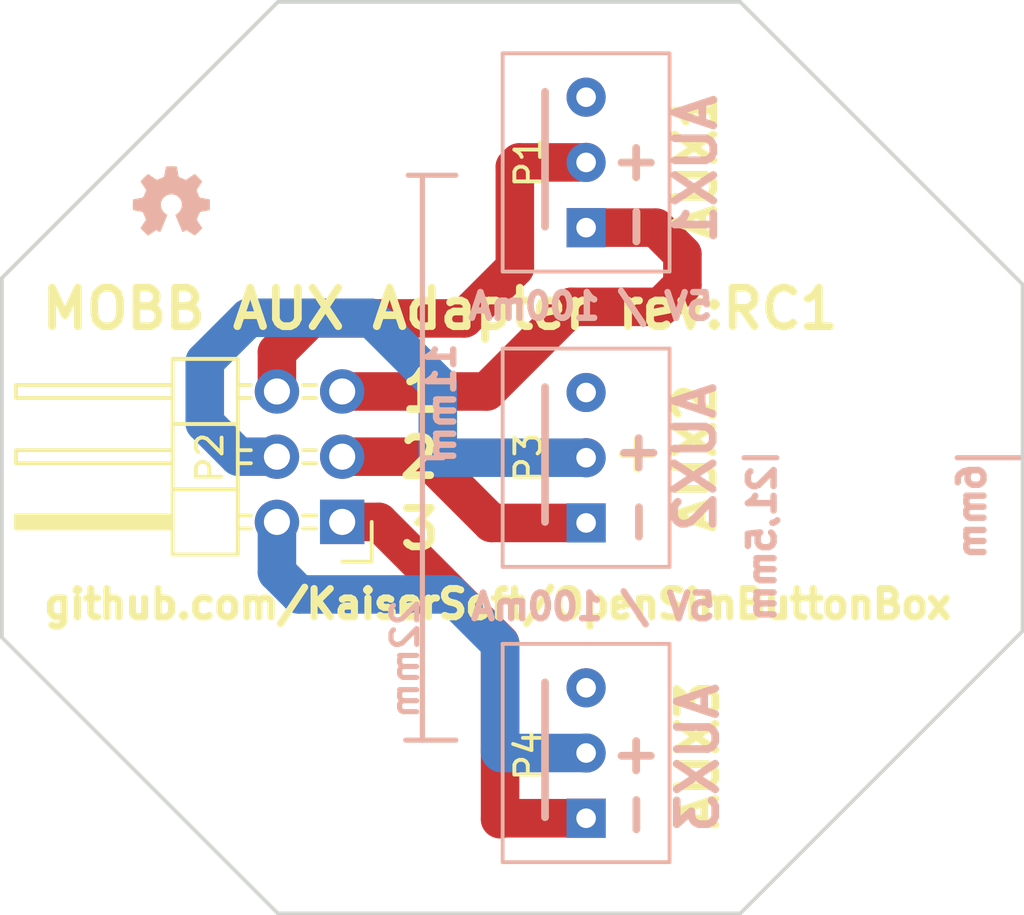
<source format=kicad_pcb>
(kicad_pcb (version 4) (host pcbnew 4.0.4-stable)

  (general
    (links 6)
    (no_connects 0)
    (area 229.924999 122.674999 274.132143 158.325001)
    (thickness 1.6)
    (drawings 43)
    (tracks 39)
    (zones 0)
    (modules 9)
    (nets 7)
  )

  (page A4)
  (layers
    (0 F.Cu signal)
    (31 B.Cu signal)
    (32 B.Adhes user hide)
    (33 F.Adhes user hide)
    (34 B.Paste user hide)
    (35 F.Paste user hide)
    (36 B.SilkS user)
    (37 F.SilkS user)
    (38 B.Mask user)
    (39 F.Mask user)
    (40 Dwgs.User user hide)
    (41 Cmts.User user hide)
    (42 Eco1.User user hide)
    (43 Eco2.User user hide)
    (44 Edge.Cuts user)
    (45 Margin user hide)
    (46 B.CrtYd user hide)
    (47 F.CrtYd user hide)
    (48 B.Fab user hide)
    (49 F.Fab user hide)
  )

  (setup
    (last_trace_width 1.5)
    (trace_clearance 0.6)
    (zone_clearance 0.508)
    (zone_45_only no)
    (trace_min 0.2)
    (segment_width 0.2)
    (edge_width 0.15)
    (via_size 1.2)
    (via_drill 0.9)
    (via_min_size 0.4)
    (via_min_drill 0.3)
    (uvia_size 0.4)
    (uvia_drill 0.3)
    (uvias_allowed no)
    (uvia_min_size 0.2)
    (uvia_min_drill 0.1)
    (pcb_text_width 0.3)
    (pcb_text_size 1.5 1.5)
    (mod_edge_width 0.15)
    (mod_text_size 1 1)
    (mod_text_width 0.15)
    (pad_size 1.524 1.524)
    (pad_drill 0.762)
    (pad_to_mask_clearance 0.2)
    (aux_axis_origin 0 0)
    (visible_elements 7FFFFFFF)
    (pcbplotparams
      (layerselection 0x010f0_80000001)
      (usegerberextensions false)
      (excludeedgelayer true)
      (linewidth 0.100000)
      (plotframeref false)
      (viasonmask false)
      (mode 1)
      (useauxorigin false)
      (hpglpennumber 1)
      (hpglpenspeed 20)
      (hpglpendiameter 15)
      (hpglpenoverlay 2)
      (psnegative false)
      (psa4output false)
      (plotreference true)
      (plotvalue true)
      (plotinvisibletext false)
      (padsonsilk false)
      (subtractmaskfromsilk false)
      (outputformat 1)
      (mirror false)
      (drillshape 0)
      (scaleselection 1)
      (outputdirectory gerber/RC1/))
  )

  (net 0 "")
  (net 1 "Net-(P1-Pad2)")
  (net 2 "Net-(P1-Pad1)")
  (net 3 "Net-(P2-Pad1)")
  (net 4 "Net-(P2-Pad2)")
  (net 5 "Net-(P2-Pad3)")
  (net 6 /+5V)

  (net_class Default "This is the default net class."
    (clearance 0.6)
    (trace_width 1.5)
    (via_dia 1.2)
    (via_drill 0.9)
    (uvia_dia 0.4)
    (uvia_drill 0.3)
    (add_net /+5V)
    (add_net "Net-(P1-Pad1)")
    (add_net "Net-(P1-Pad2)")
    (add_net "Net-(P2-Pad1)")
    (add_net "Net-(P2-Pad2)")
    (add_net "Net-(P2-Pad3)")
  )

  (module Mounting_Holes:MountingHole_3.2mm_M3 (layer F.Cu) (tedit 58359272) (tstamp 58358568)
    (at 264.175 140.5)
    (descr "Mounting Hole 3.2mm, no annular, M3")
    (tags "mounting hole 3.2mm no annular m3")
    (fp_text reference REF** (at 4.15 3.7) (layer F.SilkS) hide
      (effects (font (size 1 1) (thickness 0.15)))
    )
    (fp_text value MountingHole_3.2mm_M3 (at 0 4.2) (layer F.Fab) hide
      (effects (font (size 1 1) (thickness 0.15)))
    )
    (fp_circle (center 0 0) (end 3.2 0) (layer Cmts.User) (width 0.15))
    (fp_circle (center 0 0) (end 3.45 0) (layer F.CrtYd) (width 0.05))
    (pad 1 np_thru_hole circle (at 0 0) (size 3.2 3.2) (drill 3.2) (layers *.Cu *.Mask))
  )

  (module Mounting_Holes:MountingHole_3.2mm_M3 (layer F.Cu) (tedit 5835926E) (tstamp 58358562)
    (at 242.675 151.5)
    (descr "Mounting Hole 3.2mm, no annular, M3")
    (tags "mounting hole 3.2mm no annular m3")
    (fp_text reference REF** (at 3.2 4.5) (layer F.SilkS) hide
      (effects (font (size 1 1) (thickness 0.15)))
    )
    (fp_text value MountingHole_3.2mm_M3 (at 0 4.2) (layer F.Fab) hide
      (effects (font (size 1 1) (thickness 0.15)))
    )
    (fp_circle (center 0 0) (end 3.2 0) (layer Cmts.User) (width 0.15))
    (fp_circle (center 0 0) (end 3.45 0) (layer F.CrtYd) (width 0.05))
    (pad 1 np_thru_hole circle (at 0 0) (size 3.2 3.2) (drill 3.2) (layers *.Cu *.Mask))
  )

  (module MOBB-KiCad-Lib:Molex-KK-1x3P (layer B.Cu) (tedit 5835A4B9) (tstamp 583582E9)
    (at 253.25 129 270)
    (path /5835813A)
    (fp_text reference P1 (at 0 2.25 270) (layer F.SilkS)
      (effects (font (size 1 1) (thickness 0.15)))
    )
    (fp_text value AUX1 (at 0 -4 270) (layer B.Fab) hide
      (effects (font (size 1 1) (thickness 0.15)) (justify mirror))
    )
    (fp_text user S (at -2.54 -1.7 270) (layer B.Fab)
      (effects (font (size 1 1) (thickness 0.15)) (justify mirror))
    )
    (fp_text user + (at 0 -1.6 270) (layer B.Fab)
      (effects (font (size 1 1) (thickness 0.15)) (justify mirror))
    )
    (fp_text user G (at 2.54 -1.89 270) (layer B.Fab)
      (effects (font (size 1 1) (thickness 0.15)) (justify mirror))
    )
    (fp_line (start 2.5 1.6) (end -2.75 1.6) (layer B.SilkS) (width 0.3))
    (fp_line (start -4.25 0) (end -4.25 3.25) (layer B.SilkS) (width 0.15))
    (fp_line (start -4.25 3.25) (end 4.25 3.25) (layer B.SilkS) (width 0.15))
    (fp_line (start 4.25 3.25) (end 4.25 -3.25) (layer B.SilkS) (width 0.15))
    (fp_line (start 4.25 -3.25) (end -4.25 -3.25) (layer B.SilkS) (width 0.15))
    (fp_line (start -4.25 -3.25) (end -4.25 0) (layer B.SilkS) (width 0.15))
    (pad 2 thru_hole circle (at 0 0 270) (size 1.524 1.524) (drill 0.762) (layers *.Cu *.Mask)
      (net 1 "Net-(P1-Pad2)"))
    (pad 3 thru_hole circle (at -2.54 0 270) (size 1.524 1.524) (drill 0.762) (layers *.Cu *.Mask))
    (pad 1 thru_hole rect (at 2.54 0 270) (size 1.524 1.524) (drill 0.762) (layers *.Cu *.Mask)
      (net 2 "Net-(P1-Pad1)"))
  )

  (module Pin_Headers:Pin_Header_Angled_2x03 (layer F.Cu) (tedit 58359296) (tstamp 583582F3)
    (at 243.75 143 180)
    (descr "Through hole pin header")
    (tags "pin header")
    (path /583581DC)
    (fp_text reference P2 (at 5.15 2.5 270) (layer F.SilkS)
      (effects (font (size 1 1) (thickness 0.15)))
    )
    (fp_text value Aux1-3 (at 6.65 2.2 270) (layer F.Fab) hide
      (effects (font (size 1 1) (thickness 0.15)))
    )
    (fp_line (start -1.35 -1.75) (end -1.35 6.85) (layer F.CrtYd) (width 0.05))
    (fp_line (start 13.2 -1.75) (end 13.2 6.85) (layer F.CrtYd) (width 0.05))
    (fp_line (start -1.35 -1.75) (end 13.2 -1.75) (layer F.CrtYd) (width 0.05))
    (fp_line (start -1.35 6.85) (end 13.2 6.85) (layer F.CrtYd) (width 0.05))
    (fp_line (start 1.524 5.334) (end 1.016 5.334) (layer F.SilkS) (width 0.15))
    (fp_line (start 1.524 4.826) (end 1.016 4.826) (layer F.SilkS) (width 0.15))
    (fp_line (start 1.524 2.794) (end 1.016 2.794) (layer F.SilkS) (width 0.15))
    (fp_line (start 1.524 2.286) (end 1.016 2.286) (layer F.SilkS) (width 0.15))
    (fp_line (start 1.524 0.254) (end 1.016 0.254) (layer F.SilkS) (width 0.15))
    (fp_line (start 1.524 -0.254) (end 1.016 -0.254) (layer F.SilkS) (width 0.15))
    (fp_line (start 4.064 2.286) (end 3.556 2.286) (layer F.SilkS) (width 0.15))
    (fp_line (start 4.064 2.794) (end 3.556 2.794) (layer F.SilkS) (width 0.15))
    (fp_line (start 4.064 4.826) (end 3.556 4.826) (layer F.SilkS) (width 0.15))
    (fp_line (start 4.064 5.334) (end 3.556 5.334) (layer F.SilkS) (width 0.15))
    (fp_line (start 4.064 -0.254) (end 3.556 -0.254) (layer F.SilkS) (width 0.15))
    (fp_line (start 4.064 0.254) (end 3.556 0.254) (layer F.SilkS) (width 0.15))
    (fp_line (start 0 -1.55) (end -1.15 -1.55) (layer F.SilkS) (width 0.15))
    (fp_line (start -1.15 -1.55) (end -1.15 0) (layer F.SilkS) (width 0.15))
    (fp_line (start 6.604 -0.127) (end 12.573 -0.127) (layer F.SilkS) (width 0.15))
    (fp_line (start 12.573 -0.127) (end 12.573 0.127) (layer F.SilkS) (width 0.15))
    (fp_line (start 12.573 0.127) (end 6.731 0.127) (layer F.SilkS) (width 0.15))
    (fp_line (start 6.731 0.127) (end 6.731 0) (layer F.SilkS) (width 0.15))
    (fp_line (start 6.731 0) (end 12.573 0) (layer F.SilkS) (width 0.15))
    (fp_line (start 4.064 1.27) (end 4.064 3.81) (layer F.SilkS) (width 0.15))
    (fp_line (start 4.064 3.81) (end 6.604 3.81) (layer F.SilkS) (width 0.15))
    (fp_line (start 6.604 2.286) (end 12.7 2.286) (layer F.SilkS) (width 0.15))
    (fp_line (start 12.7 2.286) (end 12.7 2.794) (layer F.SilkS) (width 0.15))
    (fp_line (start 12.7 2.794) (end 6.604 2.794) (layer F.SilkS) (width 0.15))
    (fp_line (start 6.604 3.81) (end 6.604 1.27) (layer F.SilkS) (width 0.15))
    (fp_line (start 4.064 6.35) (end 6.604 6.35) (layer F.SilkS) (width 0.15))
    (fp_line (start 6.604 6.35) (end 6.604 3.81) (layer F.SilkS) (width 0.15))
    (fp_line (start 12.7 5.334) (end 6.604 5.334) (layer F.SilkS) (width 0.15))
    (fp_line (start 12.7 4.826) (end 12.7 5.334) (layer F.SilkS) (width 0.15))
    (fp_line (start 6.604 4.826) (end 12.7 4.826) (layer F.SilkS) (width 0.15))
    (fp_line (start 4.064 6.35) (end 6.604 6.35) (layer F.SilkS) (width 0.15))
    (fp_line (start 4.064 3.81) (end 4.064 6.35) (layer F.SilkS) (width 0.15))
    (fp_line (start 4.064 3.81) (end 6.604 3.81) (layer F.SilkS) (width 0.15))
    (fp_line (start 4.064 1.27) (end 6.604 1.27) (layer F.SilkS) (width 0.15))
    (fp_line (start 6.604 1.27) (end 6.604 -1.27) (layer F.SilkS) (width 0.15))
    (fp_line (start 12.7 0.254) (end 6.604 0.254) (layer F.SilkS) (width 0.15))
    (fp_line (start 12.7 -0.254) (end 12.7 0.254) (layer F.SilkS) (width 0.15))
    (fp_line (start 6.604 -0.254) (end 12.7 -0.254) (layer F.SilkS) (width 0.15))
    (fp_line (start 4.064 1.27) (end 6.604 1.27) (layer F.SilkS) (width 0.15))
    (fp_line (start 4.064 -1.27) (end 4.064 1.27) (layer F.SilkS) (width 0.15))
    (fp_line (start 4.064 -1.27) (end 6.604 -1.27) (layer F.SilkS) (width 0.15))
    (pad 1 thru_hole rect (at 0 0 180) (size 1.7272 1.7272) (drill 1.016) (layers *.Cu *.Mask)
      (net 3 "Net-(P2-Pad1)"))
    (pad 2 thru_hole oval (at 2.54 0 180) (size 1.7272 1.7272) (drill 1.016) (layers *.Cu *.Mask)
      (net 4 "Net-(P2-Pad2)"))
    (pad 3 thru_hole oval (at 0 2.54 180) (size 1.7272 1.7272) (drill 1.016) (layers *.Cu *.Mask)
      (net 5 "Net-(P2-Pad3)"))
    (pad 4 thru_hole oval (at 2.54 2.54 180) (size 1.7272 1.7272) (drill 1.016) (layers *.Cu *.Mask)
      (net 6 /+5V))
    (pad 5 thru_hole oval (at 0 5.08 180) (size 1.7272 1.7272) (drill 1.016) (layers *.Cu *.Mask)
      (net 2 "Net-(P1-Pad1)"))
    (pad 6 thru_hole oval (at 2.54 5.08 180) (size 1.7272 1.7272) (drill 1.016) (layers *.Cu *.Mask)
      (net 1 "Net-(P1-Pad2)"))
    (model Pin_Headers.3dshapes/Pin_Header_Angled_2x03.wrl
      (at (xyz 0.05 -0.1 0))
      (scale (xyz 1 1 1))
      (rotate (xyz 0 0 90))
    )
  )

  (module MOBB-KiCad-Lib:Molex-KK-1x3P (layer B.Cu) (tedit 5835A4BF) (tstamp 583582FA)
    (at 253.25 140.5 270)
    (path /583580FD)
    (fp_text reference P3 (at 0 2.25 270) (layer F.SilkS)
      (effects (font (size 1 1) (thickness 0.15)))
    )
    (fp_text value AUX2 (at 0 -4 270) (layer B.Fab) hide
      (effects (font (size 1 1) (thickness 0.15)) (justify mirror))
    )
    (fp_text user S (at -2.54 -1.7 270) (layer B.Fab)
      (effects (font (size 1 1) (thickness 0.15)) (justify mirror))
    )
    (fp_text user + (at 0 -1.6 270) (layer B.Fab)
      (effects (font (size 1 1) (thickness 0.15)) (justify mirror))
    )
    (fp_text user G (at 2.54 -1.89 270) (layer B.Fab)
      (effects (font (size 1 1) (thickness 0.15)) (justify mirror))
    )
    (fp_line (start 2.5 1.6) (end -2.75 1.6) (layer B.SilkS) (width 0.3))
    (fp_line (start -4.25 0) (end -4.25 3.25) (layer B.SilkS) (width 0.15))
    (fp_line (start -4.25 3.25) (end 4.25 3.25) (layer B.SilkS) (width 0.15))
    (fp_line (start 4.25 3.25) (end 4.25 -3.25) (layer B.SilkS) (width 0.15))
    (fp_line (start 4.25 -3.25) (end -4.25 -3.25) (layer B.SilkS) (width 0.15))
    (fp_line (start -4.25 -3.25) (end -4.25 0) (layer B.SilkS) (width 0.15))
    (pad 2 thru_hole circle (at 0 0 270) (size 1.524 1.524) (drill 0.762) (layers *.Cu *.Mask)
      (net 6 /+5V))
    (pad 3 thru_hole circle (at -2.54 0 270) (size 1.524 1.524) (drill 0.762) (layers *.Cu *.Mask))
    (pad 1 thru_hole rect (at 2.54 0 270) (size 1.524 1.524) (drill 0.762) (layers *.Cu *.Mask)
      (net 5 "Net-(P2-Pad3)"))
  )

  (module MOBB-KiCad-Lib:Molex-KK-1x3P (layer B.Cu) (tedit 5835A4C7) (tstamp 58358301)
    (at 253.25 152 270)
    (path /5835809A)
    (fp_text reference P4 (at 0.1 2.25 270) (layer F.SilkS)
      (effects (font (size 1 1) (thickness 0.15)))
    )
    (fp_text value AUX3 (at 0 -4 270) (layer B.Fab) hide
      (effects (font (size 1 1) (thickness 0.15)) (justify mirror))
    )
    (fp_text user S (at -2.54 -1.7 270) (layer B.Fab)
      (effects (font (size 1 1) (thickness 0.15)) (justify mirror))
    )
    (fp_text user + (at 0 -1.6 270) (layer B.Fab)
      (effects (font (size 1 1) (thickness 0.15)) (justify mirror))
    )
    (fp_text user G (at 2.54 -1.89 270) (layer B.Fab)
      (effects (font (size 1 1) (thickness 0.15)) (justify mirror))
    )
    (fp_line (start 2.5 1.6) (end -2.75 1.6) (layer B.SilkS) (width 0.3))
    (fp_line (start -4.25 0) (end -4.25 3.25) (layer B.SilkS) (width 0.15))
    (fp_line (start -4.25 3.25) (end 4.25 3.25) (layer B.SilkS) (width 0.15))
    (fp_line (start 4.25 3.25) (end 4.25 -3.25) (layer B.SilkS) (width 0.15))
    (fp_line (start 4.25 -3.25) (end -4.25 -3.25) (layer B.SilkS) (width 0.15))
    (fp_line (start -4.25 -3.25) (end -4.25 0) (layer B.SilkS) (width 0.15))
    (pad 2 thru_hole circle (at 0 0 270) (size 1.524 1.524) (drill 0.762) (layers *.Cu *.Mask)
      (net 4 "Net-(P2-Pad2)"))
    (pad 3 thru_hole circle (at -2.54 0 270) (size 1.524 1.524) (drill 0.762) (layers *.Cu *.Mask))
    (pad 1 thru_hole rect (at 2.54 0 270) (size 1.524 1.524) (drill 0.762) (layers *.Cu *.Mask)
      (net 3 "Net-(P2-Pad1)"))
  )

  (module Mounting_Holes:MountingHole_3.2mm_M3 (layer F.Cu) (tedit 58359276) (tstamp 58358453)
    (at 242.675 129.5)
    (descr "Mounting Hole 3.2mm, no annular, M3")
    (tags "mounting hole 3.2mm no annular m3")
    (fp_text reference REF** (at 0 -4.2) (layer F.SilkS) hide
      (effects (font (size 1 1) (thickness 0.15)))
    )
    (fp_text value MountingHole_3.2mm_M3 (at 0 4.2) (layer F.Fab) hide
      (effects (font (size 1 1) (thickness 0.15)))
    )
    (fp_circle (center 0 0) (end 3.2 0) (layer Cmts.User) (width 0.15))
    (fp_circle (center 0 0) (end 3.45 0) (layer F.CrtYd) (width 0.05))
    (pad 1 np_thru_hole circle (at 0 0) (size 3.2 3.2) (drill 3.2) (layers *.Cu *.Mask))
  )

  (module MOBB-KiCad-Lib:OPEN_HW_LOGO_3MM (layer F.Cu) (tedit 0) (tstamp 5835918E)
    (at 237.1 130.5)
    (fp_text reference G*** (at 0 1.59004) (layer F.SilkS) hide
      (effects (font (size 0.13462 0.13462) (thickness 0.0254)))
    )
    (fp_text value LOGO (at 0 -1.59004) (layer F.SilkS) hide
      (effects (font (size 0.13462 0.13462) (thickness 0.0254)))
    )
    (fp_poly (pts (xy -0.90932 1.3462) (xy -0.89154 1.33858) (xy -0.85852 1.31572) (xy -0.80772 1.2827)
      (xy -0.7493 1.2446) (xy -0.68834 1.20396) (xy -0.64008 1.17094) (xy -0.60452 1.14808)
      (xy -0.59182 1.14046) (xy -0.5842 1.143) (xy -0.55626 1.15824) (xy -0.51562 1.17856)
      (xy -0.49022 1.19126) (xy -0.45212 1.2065) (xy -0.43434 1.21158) (xy -0.4318 1.2065)
      (xy -0.41656 1.17602) (xy -0.39624 1.12776) (xy -0.3683 1.06172) (xy -0.33528 0.98552)
      (xy -0.29972 0.90424) (xy -0.2667 0.82042) (xy -0.23368 0.74168) (xy -0.2032 0.66802)
      (xy -0.18034 0.6096) (xy -0.1651 0.56896) (xy -0.15748 0.55118) (xy -0.16002 0.54864)
      (xy -0.1778 0.53086) (xy -0.21082 0.50546) (xy -0.28194 0.44704) (xy -0.35306 0.36068)
      (xy -0.39624 0.26162) (xy -0.40894 0.14986) (xy -0.39878 0.04826) (xy -0.35814 -0.04826)
      (xy -0.28956 -0.13716) (xy -0.20574 -0.2032) (xy -0.10922 -0.24384) (xy 0 -0.25654)
      (xy 0.10414 -0.24638) (xy 0.2032 -0.20574) (xy 0.2921 -0.1397) (xy 0.3302 -0.09652)
      (xy 0.381 -0.00508) (xy 0.41148 0.0889) (xy 0.41402 0.11176) (xy 0.40894 0.21844)
      (xy 0.37846 0.32004) (xy 0.32258 0.40894) (xy 0.24638 0.4826) (xy 0.23622 0.49022)
      (xy 0.20066 0.51816) (xy 0.17526 0.53594) (xy 0.15748 0.55118) (xy 0.2921 0.87376)
      (xy 0.31242 0.92456) (xy 0.35052 1.01346) (xy 0.381 1.08966) (xy 0.40894 1.15062)
      (xy 0.42672 1.19126) (xy 0.43434 1.2065) (xy 0.43434 1.2065) (xy 0.44704 1.20904)
      (xy 0.4699 1.20142) (xy 0.51562 1.17856) (xy 0.5461 1.16332) (xy 0.57912 1.14808)
      (xy 0.59436 1.14046) (xy 0.6096 1.14808) (xy 0.64262 1.1684) (xy 0.68834 1.20142)
      (xy 0.74676 1.23952) (xy 0.80264 1.27762) (xy 0.85344 1.31064) (xy 0.889 1.33604)
      (xy 0.90678 1.34366) (xy 0.90932 1.34366) (xy 0.9271 1.33604) (xy 0.95504 1.31064)
      (xy 0.99822 1.27) (xy 1.06172 1.20904) (xy 1.07188 1.19888) (xy 1.12268 1.14808)
      (xy 1.16332 1.10236) (xy 1.19126 1.07188) (xy 1.20142 1.05918) (xy 1.20142 1.05918)
      (xy 1.19126 1.0414) (xy 1.1684 1.0033) (xy 1.13538 0.9525) (xy 1.09474 0.89154)
      (xy 0.98806 0.7366) (xy 1.04648 0.59182) (xy 1.06426 0.5461) (xy 1.08712 0.49022)
      (xy 1.1049 0.45212) (xy 1.11252 0.43434) (xy 1.1303 0.42926) (xy 1.1684 0.4191)
      (xy 1.22682 0.40894) (xy 1.29794 0.39624) (xy 1.36398 0.38354) (xy 1.4224 0.37084)
      (xy 1.46558 0.36322) (xy 1.4859 0.36068) (xy 1.49098 0.3556) (xy 1.49352 0.34798)
      (xy 1.49606 0.32766) (xy 1.4986 0.28956) (xy 1.4986 0.23368) (xy 1.4986 0.14986)
      (xy 1.4986 0.14224) (xy 1.4986 0.0635) (xy 1.49606 0) (xy 1.49352 -0.0381)
      (xy 1.49098 -0.05588) (xy 1.49098 -0.05588) (xy 1.4732 -0.06096) (xy 1.43002 -0.06858)
      (xy 1.3716 -0.08128) (xy 1.30048 -0.09398) (xy 1.2954 -0.09398) (xy 1.22428 -0.10922)
      (xy 1.16586 -0.12192) (xy 1.12268 -0.12954) (xy 1.1049 -0.13716) (xy 1.10236 -0.14224)
      (xy 1.08712 -0.17018) (xy 1.0668 -0.21336) (xy 1.04394 -0.2667) (xy 1.02108 -0.32258)
      (xy 1.00076 -0.37338) (xy 0.98806 -0.40894) (xy 0.98298 -0.42672) (xy 0.98298 -0.42672)
      (xy 0.99314 -0.4445) (xy 1.01854 -0.48006) (xy 1.0541 -0.53086) (xy 1.09474 -0.59182)
      (xy 1.09728 -0.5969) (xy 1.13792 -0.65786) (xy 1.17094 -0.70866) (xy 1.1938 -0.74422)
      (xy 1.20142 -0.75946) (xy 1.20142 -0.762) (xy 1.18872 -0.77978) (xy 1.15824 -0.8128)
      (xy 1.11252 -0.85852) (xy 1.06172 -0.91186) (xy 1.04394 -0.9271) (xy 0.98552 -0.98552)
      (xy 0.94488 -1.02108) (xy 0.91948 -1.0414) (xy 0.90932 -1.04648) (xy 0.90678 -1.04648)
      (xy 0.889 -1.03632) (xy 0.8509 -1.01092) (xy 0.8001 -0.97536) (xy 0.73914 -0.93472)
      (xy 0.7366 -0.93218) (xy 0.67564 -0.89154) (xy 0.62484 -0.85598) (xy 0.58928 -0.83312)
      (xy 0.57404 -0.8255) (xy 0.5715 -0.8255) (xy 0.54864 -0.83058) (xy 0.50546 -0.84582)
      (xy 0.45212 -0.86614) (xy 0.39624 -0.889) (xy 0.34544 -0.90932) (xy 0.30988 -0.9271)
      (xy 0.2921 -0.93726) (xy 0.28956 -0.93726) (xy 0.28448 -0.96012) (xy 0.27432 -1.00584)
      (xy 0.26162 -1.0668) (xy 0.24638 -1.14046) (xy 0.24384 -1.15062) (xy 0.23114 -1.22428)
      (xy 0.22098 -1.2827) (xy 0.21082 -1.32334) (xy 0.20828 -1.34112) (xy 0.19812 -1.34112)
      (xy 0.16256 -1.34366) (xy 0.10922 -1.3462) (xy 0.04318 -1.3462) (xy -0.02286 -1.3462)
      (xy -0.0889 -1.3462) (xy -0.14478 -1.34366) (xy -0.18542 -1.34112) (xy -0.2032 -1.33604)
      (xy -0.2032 -1.33604) (xy -0.20828 -1.31318) (xy -0.21844 -1.27) (xy -0.23114 -1.2065)
      (xy -0.24638 -1.13284) (xy -0.24892 -1.12014) (xy -0.26162 -1.04902) (xy -0.27432 -0.9906)
      (xy -0.28194 -0.94996) (xy -0.28702 -0.93472) (xy -0.2921 -0.93218) (xy -0.32258 -0.91694)
      (xy -0.37084 -0.89916) (xy -0.42926 -0.87376) (xy -0.56642 -0.81788) (xy -0.73406 -0.93472)
      (xy -0.7493 -0.94488) (xy -0.81026 -0.98552) (xy -0.86106 -1.01854) (xy -0.89662 -1.0414)
      (xy -0.90932 -1.04902) (xy -0.91186 -1.04902) (xy -0.9271 -1.03378) (xy -0.96012 -1.0033)
      (xy -1.00584 -0.95758) (xy -1.05918 -0.90678) (xy -1.09982 -0.86614) (xy -1.14554 -0.82042)
      (xy -1.17348 -0.7874) (xy -1.19126 -0.76708) (xy -1.19634 -0.75438) (xy -1.1938 -0.74676)
      (xy -1.18364 -0.72898) (xy -1.15824 -0.69342) (xy -1.12522 -0.64008) (xy -1.08458 -0.58166)
      (xy -1.04902 -0.53086) (xy -1.01346 -0.47498) (xy -0.9906 -0.43434) (xy -0.98044 -0.41656)
      (xy -0.98298 -0.4064) (xy -0.99568 -0.37338) (xy -1.016 -0.32512) (xy -1.0414 -0.26416)
      (xy -1.09982 -0.13208) (xy -1.18618 -0.1143) (xy -1.23952 -0.10414) (xy -1.31318 -0.09144)
      (xy -1.3843 -0.0762) (xy -1.49606 -0.05588) (xy -1.4986 0.34798) (xy -1.48082 0.3556)
      (xy -1.46558 0.36068) (xy -1.42494 0.37084) (xy -1.36652 0.381) (xy -1.29794 0.3937)
      (xy -1.23698 0.4064) (xy -1.17856 0.41656) (xy -1.13538 0.42418) (xy -1.1176 0.42926)
      (xy -1.11252 0.43434) (xy -1.09728 0.46482) (xy -1.07696 0.51054) (xy -1.0541 0.56388)
      (xy -1.0287 0.6223) (xy -1.00838 0.6731) (xy -0.99314 0.71374) (xy -0.98806 0.73406)
      (xy -0.99568 0.7493) (xy -1.01854 0.78486) (xy -1.05156 0.83566) (xy -1.0922 0.89408)
      (xy -1.13284 0.9525) (xy -1.16586 1.0033) (xy -1.19126 1.03886) (xy -1.19888 1.05664)
      (xy -1.1938 1.0668) (xy -1.17094 1.09474) (xy -1.12776 1.14046) (xy -1.06172 1.2065)
      (xy -1.04902 1.21666) (xy -0.99822 1.26746) (xy -0.9525 1.3081) (xy -0.92202 1.33604)
      (xy -0.90932 1.3462)) (layer F.SilkS) (width 0.00254))
  )

  (module MOBB-KiCad-Lib:OPEN_HW_LOGO_3MM (layer B.Cu) (tedit 0) (tstamp 58359227)
    (at 237.1 130.5 180)
    (fp_text reference G*** (at 0 -1.59004 180) (layer B.SilkS) hide
      (effects (font (size 0.13462 0.13462) (thickness 0.0254)) (justify mirror))
    )
    (fp_text value LOGO (at 0 1.59004 180) (layer B.SilkS) hide
      (effects (font (size 0.13462 0.13462) (thickness 0.0254)) (justify mirror))
    )
    (fp_poly (pts (xy -0.90932 -1.3462) (xy -0.89154 -1.33858) (xy -0.85852 -1.31572) (xy -0.80772 -1.2827)
      (xy -0.7493 -1.2446) (xy -0.68834 -1.20396) (xy -0.64008 -1.17094) (xy -0.60452 -1.14808)
      (xy -0.59182 -1.14046) (xy -0.5842 -1.143) (xy -0.55626 -1.15824) (xy -0.51562 -1.17856)
      (xy -0.49022 -1.19126) (xy -0.45212 -1.2065) (xy -0.43434 -1.21158) (xy -0.4318 -1.2065)
      (xy -0.41656 -1.17602) (xy -0.39624 -1.12776) (xy -0.3683 -1.06172) (xy -0.33528 -0.98552)
      (xy -0.29972 -0.90424) (xy -0.2667 -0.82042) (xy -0.23368 -0.74168) (xy -0.2032 -0.66802)
      (xy -0.18034 -0.6096) (xy -0.1651 -0.56896) (xy -0.15748 -0.55118) (xy -0.16002 -0.54864)
      (xy -0.1778 -0.53086) (xy -0.21082 -0.50546) (xy -0.28194 -0.44704) (xy -0.35306 -0.36068)
      (xy -0.39624 -0.26162) (xy -0.40894 -0.14986) (xy -0.39878 -0.04826) (xy -0.35814 0.04826)
      (xy -0.28956 0.13716) (xy -0.20574 0.2032) (xy -0.10922 0.24384) (xy 0 0.25654)
      (xy 0.10414 0.24638) (xy 0.2032 0.20574) (xy 0.2921 0.1397) (xy 0.3302 0.09652)
      (xy 0.381 0.00508) (xy 0.41148 -0.0889) (xy 0.41402 -0.11176) (xy 0.40894 -0.21844)
      (xy 0.37846 -0.32004) (xy 0.32258 -0.40894) (xy 0.24638 -0.4826) (xy 0.23622 -0.49022)
      (xy 0.20066 -0.51816) (xy 0.17526 -0.53594) (xy 0.15748 -0.55118) (xy 0.2921 -0.87376)
      (xy 0.31242 -0.92456) (xy 0.35052 -1.01346) (xy 0.381 -1.08966) (xy 0.40894 -1.15062)
      (xy 0.42672 -1.19126) (xy 0.43434 -1.2065) (xy 0.43434 -1.2065) (xy 0.44704 -1.20904)
      (xy 0.4699 -1.20142) (xy 0.51562 -1.17856) (xy 0.5461 -1.16332) (xy 0.57912 -1.14808)
      (xy 0.59436 -1.14046) (xy 0.6096 -1.14808) (xy 0.64262 -1.1684) (xy 0.68834 -1.20142)
      (xy 0.74676 -1.23952) (xy 0.80264 -1.27762) (xy 0.85344 -1.31064) (xy 0.889 -1.33604)
      (xy 0.90678 -1.34366) (xy 0.90932 -1.34366) (xy 0.9271 -1.33604) (xy 0.95504 -1.31064)
      (xy 0.99822 -1.27) (xy 1.06172 -1.20904) (xy 1.07188 -1.19888) (xy 1.12268 -1.14808)
      (xy 1.16332 -1.10236) (xy 1.19126 -1.07188) (xy 1.20142 -1.05918) (xy 1.20142 -1.05918)
      (xy 1.19126 -1.0414) (xy 1.1684 -1.0033) (xy 1.13538 -0.9525) (xy 1.09474 -0.89154)
      (xy 0.98806 -0.7366) (xy 1.04648 -0.59182) (xy 1.06426 -0.5461) (xy 1.08712 -0.49022)
      (xy 1.1049 -0.45212) (xy 1.11252 -0.43434) (xy 1.1303 -0.42926) (xy 1.1684 -0.4191)
      (xy 1.22682 -0.40894) (xy 1.29794 -0.39624) (xy 1.36398 -0.38354) (xy 1.4224 -0.37084)
      (xy 1.46558 -0.36322) (xy 1.4859 -0.36068) (xy 1.49098 -0.3556) (xy 1.49352 -0.34798)
      (xy 1.49606 -0.32766) (xy 1.4986 -0.28956) (xy 1.4986 -0.23368) (xy 1.4986 -0.14986)
      (xy 1.4986 -0.14224) (xy 1.4986 -0.0635) (xy 1.49606 0) (xy 1.49352 0.0381)
      (xy 1.49098 0.05588) (xy 1.49098 0.05588) (xy 1.4732 0.06096) (xy 1.43002 0.06858)
      (xy 1.3716 0.08128) (xy 1.30048 0.09398) (xy 1.2954 0.09398) (xy 1.22428 0.10922)
      (xy 1.16586 0.12192) (xy 1.12268 0.12954) (xy 1.1049 0.13716) (xy 1.10236 0.14224)
      (xy 1.08712 0.17018) (xy 1.0668 0.21336) (xy 1.04394 0.2667) (xy 1.02108 0.32258)
      (xy 1.00076 0.37338) (xy 0.98806 0.40894) (xy 0.98298 0.42672) (xy 0.98298 0.42672)
      (xy 0.99314 0.4445) (xy 1.01854 0.48006) (xy 1.0541 0.53086) (xy 1.09474 0.59182)
      (xy 1.09728 0.5969) (xy 1.13792 0.65786) (xy 1.17094 0.70866) (xy 1.1938 0.74422)
      (xy 1.20142 0.75946) (xy 1.20142 0.762) (xy 1.18872 0.77978) (xy 1.15824 0.8128)
      (xy 1.11252 0.85852) (xy 1.06172 0.91186) (xy 1.04394 0.9271) (xy 0.98552 0.98552)
      (xy 0.94488 1.02108) (xy 0.91948 1.0414) (xy 0.90932 1.04648) (xy 0.90678 1.04648)
      (xy 0.889 1.03632) (xy 0.8509 1.01092) (xy 0.8001 0.97536) (xy 0.73914 0.93472)
      (xy 0.7366 0.93218) (xy 0.67564 0.89154) (xy 0.62484 0.85598) (xy 0.58928 0.83312)
      (xy 0.57404 0.8255) (xy 0.5715 0.8255) (xy 0.54864 0.83058) (xy 0.50546 0.84582)
      (xy 0.45212 0.86614) (xy 0.39624 0.889) (xy 0.34544 0.90932) (xy 0.30988 0.9271)
      (xy 0.2921 0.93726) (xy 0.28956 0.93726) (xy 0.28448 0.96012) (xy 0.27432 1.00584)
      (xy 0.26162 1.0668) (xy 0.24638 1.14046) (xy 0.24384 1.15062) (xy 0.23114 1.22428)
      (xy 0.22098 1.2827) (xy 0.21082 1.32334) (xy 0.20828 1.34112) (xy 0.19812 1.34112)
      (xy 0.16256 1.34366) (xy 0.10922 1.3462) (xy 0.04318 1.3462) (xy -0.02286 1.3462)
      (xy -0.0889 1.3462) (xy -0.14478 1.34366) (xy -0.18542 1.34112) (xy -0.2032 1.33604)
      (xy -0.2032 1.33604) (xy -0.20828 1.31318) (xy -0.21844 1.27) (xy -0.23114 1.2065)
      (xy -0.24638 1.13284) (xy -0.24892 1.12014) (xy -0.26162 1.04902) (xy -0.27432 0.9906)
      (xy -0.28194 0.94996) (xy -0.28702 0.93472) (xy -0.2921 0.93218) (xy -0.32258 0.91694)
      (xy -0.37084 0.89916) (xy -0.42926 0.87376) (xy -0.56642 0.81788) (xy -0.73406 0.93472)
      (xy -0.7493 0.94488) (xy -0.81026 0.98552) (xy -0.86106 1.01854) (xy -0.89662 1.0414)
      (xy -0.90932 1.04902) (xy -0.91186 1.04902) (xy -0.9271 1.03378) (xy -0.96012 1.0033)
      (xy -1.00584 0.95758) (xy -1.05918 0.90678) (xy -1.09982 0.86614) (xy -1.14554 0.82042)
      (xy -1.17348 0.7874) (xy -1.19126 0.76708) (xy -1.19634 0.75438) (xy -1.1938 0.74676)
      (xy -1.18364 0.72898) (xy -1.15824 0.69342) (xy -1.12522 0.64008) (xy -1.08458 0.58166)
      (xy -1.04902 0.53086) (xy -1.01346 0.47498) (xy -0.9906 0.43434) (xy -0.98044 0.41656)
      (xy -0.98298 0.4064) (xy -0.99568 0.37338) (xy -1.016 0.32512) (xy -1.0414 0.26416)
      (xy -1.09982 0.13208) (xy -1.18618 0.1143) (xy -1.23952 0.10414) (xy -1.31318 0.09144)
      (xy -1.3843 0.0762) (xy -1.49606 0.05588) (xy -1.4986 -0.34798) (xy -1.48082 -0.3556)
      (xy -1.46558 -0.36068) (xy -1.42494 -0.37084) (xy -1.36652 -0.381) (xy -1.29794 -0.3937)
      (xy -1.23698 -0.4064) (xy -1.17856 -0.41656) (xy -1.13538 -0.42418) (xy -1.1176 -0.42926)
      (xy -1.11252 -0.43434) (xy -1.09728 -0.46482) (xy -1.07696 -0.51054) (xy -1.0541 -0.56388)
      (xy -1.0287 -0.6223) (xy -1.00838 -0.6731) (xy -0.99314 -0.71374) (xy -0.98806 -0.73406)
      (xy -0.99568 -0.7493) (xy -1.01854 -0.78486) (xy -1.05156 -0.83566) (xy -1.0922 -0.89408)
      (xy -1.13284 -0.9525) (xy -1.16586 -1.0033) (xy -1.19126 -1.03886) (xy -1.19888 -1.05664)
      (xy -1.1938 -1.0668) (xy -1.17094 -1.09474) (xy -1.12776 -1.14046) (xy -1.06172 -1.2065)
      (xy -1.04902 -1.21666) (xy -0.99822 -1.26746) (xy -0.9525 -1.3081) (xy -0.92202 -1.33604)
      (xy -0.90932 -1.3462)) (layer B.SilkS) (width 0.00254))
  )

  (gr_text 6mm (at 268.275 140.625 90) (layer B.SilkS)
    (effects (font (size 1 1) (thickness 0.25)) (justify left mirror))
  )
  (gr_line (start 270.175 140.5) (end 267.7 140.5) (angle 90) (layer B.SilkS) (width 0.2))
  (gr_line (start 260.675 140.5) (end 259.4 140.5) (angle 90) (layer B.SilkS) (width 0.2))
  (gr_text 21,5mm (at 260.1 140.675 90) (layer B.SilkS)
    (effects (font (size 1 1) (thickness 0.25)) (justify left mirror))
  )
  (gr_text 11mm (at 247.625 135.925 90) (layer B.SilkS)
    (effects (font (size 1 1) (thickness 0.25)) (justify left mirror))
  )
  (gr_line (start 246.875 140.5) (end 247.675 140.5) (angle 90) (layer B.SilkS) (width 0.2))
  (gr_text 22mm (at 246.2 145.925 90) (layer B.SilkS)
    (effects (font (size 1 1) (thickness 0.2)) (justify left mirror))
  )
  (gr_line (start 248.175 151.5) (end 246.225 151.5) (angle 90) (layer B.SilkS) (width 0.2))
  (gr_line (start 246.875 129.5) (end 246.875 151.5) (angle 90) (layer B.SilkS) (width 0.2))
  (gr_line (start 246.325 129.5) (end 248.175 129.5) (angle 90) (layer B.SilkS) (width 0.2))
  (gr_text "5V / 100mA" (at 258.4 146.3) (layer B.SilkS)
    (effects (font (size 1 1) (thickness 0.25)) (justify left mirror))
  )
  (gr_text "5V / 100mA" (at 258.3 134.6) (layer B.SilkS)
    (effects (font (size 1 1) (thickness 0.25)) (justify left mirror))
  )
  (gr_text github.com/KaiserSoft/OpenSimButtonBox (at 232 146.2) (layer F.SilkS)
    (effects (font (size 1.1 1.1) (thickness 0.275)) (justify left))
  )
  (gr_text "MOBB AUX Adapter rev:RC1" (at 231.9 134.7) (layer F.SilkS)
    (effects (font (size 1.5 1.5) (thickness 0.3)) (justify left))
  )
  (gr_text AUX3 (at 257.6 152.075 90) (layer F.SilkS)
    (effects (font (size 1.5 1.5) (thickness 0.3)))
  )
  (gr_text + (at 255.2 128.9) (layer B.SilkS)
    (effects (font (size 1.5 1.5) (thickness 0.3)))
  )
  (gr_text + (at 255.2 128.9) (layer F.SilkS)
    (effects (font (size 1.5 1.5) (thickness 0.3)))
  )
  (gr_text - (at 255.1 131.5 90) (layer B.SilkS)
    (effects (font (size 1.5 1.5) (thickness 0.3)))
  )
  (gr_text - (at 255.1 131.5 90) (layer F.SilkS)
    (effects (font (size 1.5 1.5) (thickness 0.3)))
  )
  (gr_text - (at 255.1 154.4 90) (layer B.SilkS)
    (effects (font (size 1.5 1.5) (thickness 0.3)))
  )
  (gr_text - (at 255.1 154.4 90) (layer F.SilkS)
    (effects (font (size 1.5 1.5) (thickness 0.3)))
  )
  (gr_text + (at 255.2 152) (layer B.SilkS)
    (effects (font (size 1.5 1.5) (thickness 0.3)))
  )
  (gr_text + (at 255.2 152) (layer F.SilkS)
    (effects (font (size 1.5 1.5) (thickness 0.3)))
  )
  (gr_text - (at 255.2 143 90) (layer B.SilkS)
    (effects (font (size 1.5 1.5) (thickness 0.3)))
  )
  (gr_text + (at 255.3 140.2) (layer B.SilkS)
    (effects (font (size 1.5 1.5) (thickness 0.3)))
  )
  (gr_text - (at 255.2 143 90) (layer F.SilkS)
    (effects (font (size 1.5 1.5) (thickness 0.3)))
  )
  (gr_text + (at 255.25 140.25) (layer F.SilkS)
    (effects (font (size 1.5 1.5) (thickness 0.3)))
  )
  (gr_line (start 259.25 122.75) (end 241.25 122.75) (angle 90) (layer Edge.Cuts) (width 0.15))
  (gr_line (start 230.5 147.5) (end 230.5 133.5) (angle 90) (layer Edge.Cuts) (width 0.15))
  (gr_line (start 259.25 158.25) (end 241.25 158.25) (angle 90) (layer Edge.Cuts) (width 0.15))
  (gr_line (start 270.25 133.75) (end 270.25 147.25) (angle 90) (layer Edge.Cuts) (width 0.15))
  (gr_line (start 259.25 122.75) (end 270.25 133.75) (angle 90) (layer Edge.Cuts) (width 0.15))
  (gr_line (start 241.25 122.75) (end 230.5 133.5) (angle 90) (layer Edge.Cuts) (width 0.15))
  (gr_line (start 241.25 158.25) (end 230.5 147.5) (angle 90) (layer Edge.Cuts) (width 0.15))
  (gr_line (start 259.25 158.25) (end 270.25 147.25) (angle 90) (layer Edge.Cuts) (width 0.15))
  (gr_text AUX1 (at 257.525 129.275 90) (layer B.SilkS)
    (effects (font (size 1.5 1.5) (thickness 0.3)) (justify mirror))
  )
  (gr_text AUX1 (at 257.525 129.125 90) (layer F.SilkS)
    (effects (font (size 1.5 1.5) (thickness 0.3)))
  )
  (gr_text AUX2 (at 257.5 140.5 90) (layer B.SilkS)
    (effects (font (size 1.5 1.5) (thickness 0.3)) (justify mirror))
  )
  (gr_text AUX2 (at 257.5 140.5 90) (layer F.SilkS)
    (effects (font (size 1.5 1.5) (thickness 0.3)))
  )
  (gr_text AUX3 (at 257.6 152.2 90) (layer B.SilkS)
    (effects (font (size 1.5 1.5) (thickness 0.3)) (justify mirror))
  )
  (gr_text 3 (at 246.775 143.275) (layer F.SilkS)
    (effects (font (size 1.5 1.5) (thickness 0.3)))
  )
  (gr_text 2 (at 246.75 140.5) (layer F.SilkS)
    (effects (font (size 1.5 1.5) (thickness 0.3)))
  )
  (gr_text 1 (at 246.825 137.925) (layer F.SilkS)
    (effects (font (size 1.5 1.5) (thickness 0.3)))
  )

  (segment (start 241.21 137.92) (end 241.21 136.39) (width 1.5) (layer F.Cu) (net 1))
  (segment (start 241.21 136.39) (end 242.525 135.075) (width 1.5) (layer F.Cu) (net 1) (tstamp 5835A020))
  (segment (start 242.525 135.075) (end 248.5 135.075) (width 1.5) (layer F.Cu) (net 1) (tstamp 5835A024))
  (segment (start 248.5 135.075) (end 250.475 133.1) (width 1.5) (layer F.Cu) (net 1) (tstamp 5835A027))
  (segment (start 250.475 133.1) (end 250.475 129.175) (width 1.5) (layer F.Cu) (net 1) (tstamp 5835A02D))
  (segment (start 250.475 129.175) (end 250.65 129) (width 1.5) (layer F.Cu) (net 1) (tstamp 5835A02F))
  (segment (start 250.65 129) (end 253.25 129) (width 1.5) (layer F.Cu) (net 1) (tstamp 5835A034))
  (segment (start 254.775 134.625) (end 256.15 134.625) (width 1.5) (layer F.Cu) (net 2))
  (segment (start 256.15 134.625) (end 257 133.775) (width 1.5) (layer F.Cu) (net 2) (tstamp 5835A010))
  (segment (start 257 133.775) (end 257 132.575) (width 1.5) (layer F.Cu) (net 2) (tstamp 5835A013))
  (segment (start 257 132.575) (end 255.965 131.54) (width 1.5) (layer F.Cu) (net 2) (tstamp 5835A015))
  (segment (start 255.965 131.54) (end 253.25 131.54) (width 1.5) (layer F.Cu) (net 2) (tstamp 5835A017))
  (segment (start 243.75 137.92) (end 249.38 137.92) (width 1.5) (layer F.Cu) (net 2))
  (segment (start 249.38 137.92) (end 252.675 134.625) (width 1.5) (layer F.Cu) (net 2) (tstamp 58359FDA))
  (segment (start 252.675 134.625) (end 254.775 134.625) (width 1.5) (layer F.Cu) (net 2) (tstamp 58359FE5))
  (segment (start 243.75 137.92) (end 243.83 137.92) (width 1) (layer F.Cu) (net 2))
  (segment (start 243.75 143) (end 245.175 143) (width 1.5) (layer F.Cu) (net 3))
  (segment (start 249.935 154.54) (end 253.25 154.54) (width 1.5) (layer F.Cu) (net 3) (tstamp 5835A0CC))
  (segment (start 249.9 154.575) (end 249.935 154.54) (width 1.5) (layer F.Cu) (net 3) (tstamp 5835A0CA))
  (segment (start 249.9 147.725) (end 249.9 154.575) (width 1.5) (layer F.Cu) (net 3) (tstamp 5835A0BC))
  (segment (start 245.175 143) (end 249.9 147.725) (width 1.5) (layer F.Cu) (net 3) (tstamp 5835A09B))
  (segment (start 241.21 143) (end 241.21 144.96) (width 1.5) (layer B.Cu) (net 4))
  (segment (start 249.95 152) (end 253.25 152) (width 1.5) (layer B.Cu) (net 4) (tstamp 5835A0E7))
  (segment (start 249.9 151.95) (end 249.95 152) (width 1.5) (layer B.Cu) (net 4) (tstamp 5835A0E6))
  (segment (start 249.9 147.75) (end 249.9 151.95) (width 1.5) (layer B.Cu) (net 4) (tstamp 5835A0E1))
  (segment (start 247.975 145.825) (end 249.9 147.75) (width 1.5) (layer B.Cu) (net 4) (tstamp 5835A0DE))
  (segment (start 242.075 145.825) (end 247.975 145.825) (width 1.5) (layer B.Cu) (net 4) (tstamp 5835A0D8))
  (segment (start 241.21 144.96) (end 242.075 145.825) (width 1.5) (layer B.Cu) (net 4) (tstamp 5835A0D3))
  (segment (start 243.75 140.46) (end 246.985 140.46) (width 1.5) (layer F.Cu) (net 5))
  (segment (start 246.985 140.46) (end 249.565 143.04) (width 1.5) (layer F.Cu) (net 5) (tstamp 5835A088))
  (segment (start 249.565 143.04) (end 253.25 143.04) (width 1.5) (layer F.Cu) (net 5) (tstamp 5835A08C))
  (segment (start 241.21 140.46) (end 239.71 140.46) (width 1.5) (layer B.Cu) (net 6))
  (segment (start 239.71 140.46) (end 238.4 139.15) (width 1.5) (layer B.Cu) (net 6) (tstamp 5835A053))
  (segment (start 238.4 139.15) (end 238.4 136.75) (width 1.5) (layer B.Cu) (net 6) (tstamp 5835A057))
  (segment (start 238.4 136.75) (end 240.1 135.05) (width 1.5) (layer B.Cu) (net 6) (tstamp 5835A05A))
  (segment (start 240.1 135.05) (end 244.875 135.05) (width 1.5) (layer B.Cu) (net 6) (tstamp 5835A05D))
  (segment (start 244.875 135.05) (end 247.475 137.65) (width 1.5) (layer B.Cu) (net 6) (tstamp 5835A062))
  (segment (start 247.475 137.65) (end 247.475 140.5) (width 1.5) (layer B.Cu) (net 6) (tstamp 5835A066))
  (segment (start 247.475 140.5) (end 253.25 140.5) (width 1.5) (layer B.Cu) (net 6) (tstamp 5835A06C))

)

</source>
